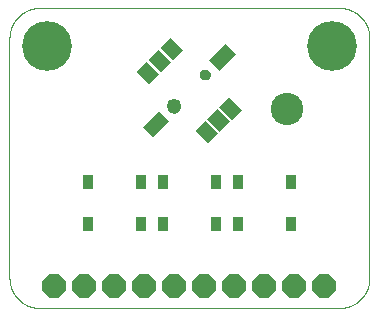
<source format=gts>
G04 EAGLE Gerber X2 export*
G75*
%MOMM*%
%FSLAX35Y35*%
%LPD*%
%AMOC8*
5,1,8,0,0,1.08239X$1,22.5*%
G01*
%ADD10C,0.076200*%
%ADD11R,1.203200X1.503200*%
%ADD12R,1.203200X2.003200*%
%ADD13C,0.000000*%
%ADD14C,0.953200*%
%ADD15C,1.253200*%
%ADD16R,0.903200X1.303200*%
%ADD17P,2.144431X8X112.500000*%
%ADD18C,2.743200*%
%ADD19C,4.219200*%


D10*
X254000Y2540000D02*
X2794000Y2540000D01*
X3048000Y2286000D02*
X3048000Y254000D01*
X2794000Y0D02*
X254000Y0D01*
X0Y254000D02*
X0Y2286000D01*
X0Y254000D02*
X74Y247862D01*
X297Y241728D01*
X667Y235602D01*
X1186Y229485D01*
X1852Y223384D01*
X2665Y217300D01*
X3626Y211237D01*
X4732Y205200D01*
X5984Y199191D01*
X7381Y193214D01*
X8922Y187272D01*
X10606Y181370D01*
X12432Y175510D01*
X14399Y169695D01*
X16506Y163930D01*
X18752Y158218D01*
X21135Y152561D01*
X23654Y146964D01*
X26308Y141429D01*
X29094Y135960D01*
X32012Y130560D01*
X35060Y125232D01*
X38235Y119979D01*
X41537Y114805D01*
X44962Y109712D01*
X48510Y104703D01*
X52177Y99781D01*
X55963Y94949D01*
X59864Y90210D01*
X63878Y85567D01*
X68004Y81022D01*
X72238Y76578D01*
X76578Y72238D01*
X81022Y68004D01*
X85567Y63878D01*
X90210Y59864D01*
X94949Y55963D01*
X99781Y52177D01*
X104703Y48510D01*
X109712Y44962D01*
X114805Y41537D01*
X119979Y38235D01*
X125232Y35060D01*
X130560Y32012D01*
X135960Y29094D01*
X141429Y26308D01*
X146964Y23654D01*
X152561Y21135D01*
X158218Y18752D01*
X163930Y16506D01*
X169695Y14399D01*
X175510Y12432D01*
X181370Y10606D01*
X187272Y8922D01*
X193214Y7381D01*
X199191Y5984D01*
X205200Y4732D01*
X211237Y3626D01*
X217300Y2665D01*
X223384Y1852D01*
X229485Y1186D01*
X235602Y667D01*
X241728Y297D01*
X247862Y74D01*
X254000Y0D01*
X2794000Y0D02*
X2800138Y74D01*
X2806272Y297D01*
X2812398Y667D01*
X2818515Y1186D01*
X2824616Y1852D01*
X2830700Y2665D01*
X2836763Y3626D01*
X2842800Y4732D01*
X2848809Y5984D01*
X2854786Y7381D01*
X2860728Y8922D01*
X2866630Y10606D01*
X2872490Y12432D01*
X2878305Y14399D01*
X2884070Y16506D01*
X2889782Y18752D01*
X2895439Y21135D01*
X2901036Y23654D01*
X2906571Y26308D01*
X2912040Y29094D01*
X2917440Y32012D01*
X2922768Y35060D01*
X2928021Y38235D01*
X2933195Y41537D01*
X2938288Y44962D01*
X2943297Y48510D01*
X2948219Y52177D01*
X2953051Y55963D01*
X2957790Y59864D01*
X2962433Y63878D01*
X2966978Y68004D01*
X2971422Y72238D01*
X2975762Y76578D01*
X2979996Y81022D01*
X2984122Y85567D01*
X2988136Y90210D01*
X2992037Y94949D01*
X2995823Y99781D01*
X2999490Y104703D01*
X3003038Y109712D01*
X3006463Y114805D01*
X3009765Y119979D01*
X3012940Y125232D01*
X3015988Y130560D01*
X3018906Y135960D01*
X3021692Y141429D01*
X3024346Y146964D01*
X3026865Y152561D01*
X3029248Y158218D01*
X3031494Y163930D01*
X3033601Y169695D01*
X3035568Y175510D01*
X3037394Y181370D01*
X3039078Y187272D01*
X3040619Y193214D01*
X3042016Y199191D01*
X3043268Y205200D01*
X3044374Y211237D01*
X3045335Y217300D01*
X3046148Y223384D01*
X3046814Y229485D01*
X3047333Y235602D01*
X3047703Y241728D01*
X3047926Y247862D01*
X3048000Y254000D01*
X3048000Y2286000D02*
X3047926Y2292138D01*
X3047703Y2298272D01*
X3047333Y2304398D01*
X3046814Y2310515D01*
X3046148Y2316616D01*
X3045335Y2322700D01*
X3044374Y2328763D01*
X3043268Y2334800D01*
X3042016Y2340809D01*
X3040619Y2346786D01*
X3039078Y2352728D01*
X3037394Y2358630D01*
X3035568Y2364490D01*
X3033601Y2370305D01*
X3031494Y2376070D01*
X3029248Y2381782D01*
X3026865Y2387439D01*
X3024346Y2393036D01*
X3021692Y2398571D01*
X3018906Y2404040D01*
X3015988Y2409440D01*
X3012940Y2414768D01*
X3009765Y2420021D01*
X3006463Y2425195D01*
X3003038Y2430288D01*
X2999490Y2435297D01*
X2995823Y2440219D01*
X2992037Y2445051D01*
X2988136Y2449790D01*
X2984122Y2454433D01*
X2979996Y2458978D01*
X2975762Y2463422D01*
X2971422Y2467762D01*
X2966978Y2471996D01*
X2962433Y2476122D01*
X2957790Y2480136D01*
X2953051Y2484037D01*
X2948219Y2487823D01*
X2943297Y2491490D01*
X2938288Y2495038D01*
X2933195Y2498463D01*
X2928021Y2501765D01*
X2922768Y2504940D01*
X2917440Y2507988D01*
X2912040Y2510906D01*
X2906571Y2513692D01*
X2901036Y2516346D01*
X2895439Y2518865D01*
X2889782Y2521248D01*
X2884070Y2523494D01*
X2878305Y2525601D01*
X2872490Y2527568D01*
X2866630Y2529394D01*
X2860728Y2531078D01*
X2854786Y2532619D01*
X2848809Y2534016D01*
X2842800Y2535268D01*
X2836763Y2536374D01*
X2830700Y2537335D01*
X2824616Y2538148D01*
X2818515Y2538814D01*
X2812398Y2539333D01*
X2806272Y2539703D01*
X2800138Y2539926D01*
X2794000Y2540000D01*
X254000Y2540000D02*
X247862Y2539926D01*
X241728Y2539703D01*
X235602Y2539333D01*
X229485Y2538814D01*
X223384Y2538148D01*
X217300Y2537335D01*
X211237Y2536374D01*
X205200Y2535268D01*
X199191Y2534016D01*
X193214Y2532619D01*
X187272Y2531078D01*
X181370Y2529394D01*
X175510Y2527568D01*
X169695Y2525601D01*
X163930Y2523494D01*
X158218Y2521248D01*
X152561Y2518865D01*
X146964Y2516346D01*
X141429Y2513692D01*
X135960Y2510906D01*
X130560Y2507988D01*
X125232Y2504940D01*
X119979Y2501765D01*
X114805Y2498463D01*
X109712Y2495038D01*
X104703Y2491490D01*
X99781Y2487823D01*
X94949Y2484037D01*
X90210Y2480136D01*
X85567Y2476122D01*
X81022Y2471996D01*
X76578Y2467762D01*
X72238Y2463422D01*
X68004Y2458978D01*
X63878Y2454433D01*
X59864Y2449790D01*
X55963Y2445051D01*
X52177Y2440219D01*
X48510Y2435297D01*
X44962Y2430288D01*
X41537Y2425195D01*
X38235Y2420021D01*
X35060Y2414768D01*
X32012Y2409440D01*
X29094Y2404040D01*
X26308Y2398571D01*
X23654Y2393036D01*
X21135Y2387439D01*
X18752Y2381782D01*
X16506Y2376070D01*
X14399Y2370305D01*
X12432Y2364490D01*
X10606Y2358630D01*
X8922Y2352728D01*
X7381Y2346786D01*
X5984Y2340809D01*
X4732Y2334800D01*
X3626Y2328763D01*
X2665Y2322700D01*
X1852Y2316616D01*
X1186Y2310515D01*
X667Y2304398D01*
X297Y2298272D01*
X74Y2292138D01*
X0Y2286000D01*
D11*
G36*
X1264010Y1980093D02*
X1178931Y1895014D01*
X1072640Y2001305D01*
X1157719Y2086384D01*
X1264010Y1980093D01*
G37*
G36*
X1765349Y1478755D02*
X1680270Y1393676D01*
X1573979Y1499967D01*
X1659058Y1585046D01*
X1765349Y1478755D01*
G37*
G36*
X1364419Y2081210D02*
X1279340Y1996131D01*
X1173049Y2102422D01*
X1258128Y2187501D01*
X1364419Y2081210D01*
G37*
G36*
X1866112Y1579517D02*
X1781033Y1494438D01*
X1674742Y1600729D01*
X1759821Y1685808D01*
X1866112Y1579517D01*
G37*
G36*
X1966874Y1680280D02*
X1881795Y1595201D01*
X1775504Y1701492D01*
X1860583Y1786571D01*
X1966874Y1680280D01*
G37*
G36*
X1467657Y2181619D02*
X1382578Y2096540D01*
X1276287Y2202831D01*
X1361366Y2287910D01*
X1467657Y2181619D01*
G37*
D12*
G36*
X1835127Y2237706D02*
X1920206Y2152627D01*
X1778559Y2010980D01*
X1693480Y2096059D01*
X1835127Y2237706D01*
G37*
G36*
X1212873Y1445294D02*
X1127794Y1530373D01*
X1269441Y1672020D01*
X1354520Y1586941D01*
X1212873Y1445294D01*
G37*
D13*
X1620850Y1975850D02*
X1620861Y1976770D01*
X1620895Y1977690D01*
X1620952Y1978609D01*
X1621031Y1979526D01*
X1621132Y1980440D01*
X1621256Y1981352D01*
X1621402Y1982261D01*
X1621571Y1983166D01*
X1621761Y1984066D01*
X1621974Y1984962D01*
X1622208Y1985852D01*
X1622465Y1986736D01*
X1622743Y1987613D01*
X1623042Y1988483D01*
X1623363Y1989346D01*
X1623705Y1990201D01*
X1624067Y1991047D01*
X1624450Y1991883D01*
X1624854Y1992710D01*
X1625278Y1993527D01*
X1625722Y1994334D01*
X1626185Y1995129D01*
X1626668Y1995912D01*
X1627170Y1996684D01*
X1627691Y1997443D01*
X1628230Y1998189D01*
X1628787Y1998921D01*
X1629362Y1999640D01*
X1629955Y2000344D01*
X1630564Y2001033D01*
X1631191Y2001708D01*
X1631833Y2002367D01*
X1632492Y2003009D01*
X1633167Y2003636D01*
X1633856Y2004245D01*
X1634560Y2004838D01*
X1635279Y2005413D01*
X1636011Y2005970D01*
X1636757Y2006509D01*
X1637516Y2007030D01*
X1638288Y2007532D01*
X1639071Y2008015D01*
X1639866Y2008478D01*
X1640673Y2008922D01*
X1641490Y2009346D01*
X1642317Y2009750D01*
X1643153Y2010133D01*
X1643999Y2010495D01*
X1644854Y2010837D01*
X1645717Y2011158D01*
X1646587Y2011457D01*
X1647464Y2011735D01*
X1648348Y2011992D01*
X1649238Y2012226D01*
X1650134Y2012439D01*
X1651034Y2012629D01*
X1651939Y2012798D01*
X1652848Y2012944D01*
X1653760Y2013068D01*
X1654674Y2013169D01*
X1655591Y2013248D01*
X1656510Y2013305D01*
X1657430Y2013339D01*
X1658350Y2013350D01*
X1659270Y2013339D01*
X1660190Y2013305D01*
X1661109Y2013248D01*
X1662026Y2013169D01*
X1662940Y2013068D01*
X1663852Y2012944D01*
X1664761Y2012798D01*
X1665666Y2012629D01*
X1666566Y2012439D01*
X1667462Y2012226D01*
X1668352Y2011992D01*
X1669236Y2011735D01*
X1670113Y2011457D01*
X1670983Y2011158D01*
X1671846Y2010837D01*
X1672701Y2010495D01*
X1673547Y2010133D01*
X1674383Y2009750D01*
X1675210Y2009346D01*
X1676027Y2008922D01*
X1676834Y2008478D01*
X1677629Y2008015D01*
X1678412Y2007532D01*
X1679184Y2007030D01*
X1679943Y2006509D01*
X1680689Y2005970D01*
X1681421Y2005413D01*
X1682140Y2004838D01*
X1682844Y2004245D01*
X1683533Y2003636D01*
X1684208Y2003009D01*
X1684867Y2002367D01*
X1685509Y2001708D01*
X1686136Y2001033D01*
X1686745Y2000344D01*
X1687338Y1999640D01*
X1687913Y1998921D01*
X1688470Y1998189D01*
X1689009Y1997443D01*
X1689530Y1996684D01*
X1690032Y1995912D01*
X1690515Y1995129D01*
X1690978Y1994334D01*
X1691422Y1993527D01*
X1691846Y1992710D01*
X1692250Y1991883D01*
X1692633Y1991047D01*
X1692995Y1990201D01*
X1693337Y1989346D01*
X1693658Y1988483D01*
X1693957Y1987613D01*
X1694235Y1986736D01*
X1694492Y1985852D01*
X1694726Y1984962D01*
X1694939Y1984066D01*
X1695129Y1983166D01*
X1695298Y1982261D01*
X1695444Y1981352D01*
X1695568Y1980440D01*
X1695669Y1979526D01*
X1695748Y1978609D01*
X1695805Y1977690D01*
X1695839Y1976770D01*
X1695850Y1975850D01*
X1695839Y1974930D01*
X1695805Y1974010D01*
X1695748Y1973091D01*
X1695669Y1972174D01*
X1695568Y1971260D01*
X1695444Y1970348D01*
X1695298Y1969439D01*
X1695129Y1968534D01*
X1694939Y1967634D01*
X1694726Y1966738D01*
X1694492Y1965848D01*
X1694235Y1964964D01*
X1693957Y1964087D01*
X1693658Y1963217D01*
X1693337Y1962354D01*
X1692995Y1961499D01*
X1692633Y1960653D01*
X1692250Y1959817D01*
X1691846Y1958990D01*
X1691422Y1958173D01*
X1690978Y1957366D01*
X1690515Y1956571D01*
X1690032Y1955788D01*
X1689530Y1955016D01*
X1689009Y1954257D01*
X1688470Y1953511D01*
X1687913Y1952779D01*
X1687338Y1952060D01*
X1686745Y1951356D01*
X1686136Y1950667D01*
X1685509Y1949992D01*
X1684867Y1949333D01*
X1684208Y1948691D01*
X1683533Y1948064D01*
X1682844Y1947455D01*
X1682140Y1946862D01*
X1681421Y1946287D01*
X1680689Y1945730D01*
X1679943Y1945191D01*
X1679184Y1944670D01*
X1678412Y1944168D01*
X1677629Y1943685D01*
X1676834Y1943222D01*
X1676027Y1942778D01*
X1675210Y1942354D01*
X1674383Y1941950D01*
X1673547Y1941567D01*
X1672701Y1941205D01*
X1671846Y1940863D01*
X1670983Y1940542D01*
X1670113Y1940243D01*
X1669236Y1939965D01*
X1668352Y1939708D01*
X1667462Y1939474D01*
X1666566Y1939261D01*
X1665666Y1939071D01*
X1664761Y1938902D01*
X1663852Y1938756D01*
X1662940Y1938632D01*
X1662026Y1938531D01*
X1661109Y1938452D01*
X1660190Y1938395D01*
X1659270Y1938361D01*
X1658350Y1938350D01*
X1657430Y1938361D01*
X1656510Y1938395D01*
X1655591Y1938452D01*
X1654674Y1938531D01*
X1653760Y1938632D01*
X1652848Y1938756D01*
X1651939Y1938902D01*
X1651034Y1939071D01*
X1650134Y1939261D01*
X1649238Y1939474D01*
X1648348Y1939708D01*
X1647464Y1939965D01*
X1646587Y1940243D01*
X1645717Y1940542D01*
X1644854Y1940863D01*
X1643999Y1941205D01*
X1643153Y1941567D01*
X1642317Y1941950D01*
X1641490Y1942354D01*
X1640673Y1942778D01*
X1639866Y1943222D01*
X1639071Y1943685D01*
X1638288Y1944168D01*
X1637516Y1944670D01*
X1636757Y1945191D01*
X1636011Y1945730D01*
X1635279Y1946287D01*
X1634560Y1946862D01*
X1633856Y1947455D01*
X1633167Y1948064D01*
X1632492Y1948691D01*
X1631833Y1949333D01*
X1631191Y1949992D01*
X1630564Y1950667D01*
X1629955Y1951356D01*
X1629362Y1952060D01*
X1628787Y1952779D01*
X1628230Y1953511D01*
X1627691Y1954257D01*
X1627170Y1955016D01*
X1626668Y1955788D01*
X1626185Y1956571D01*
X1625722Y1957366D01*
X1625278Y1958173D01*
X1624854Y1958990D01*
X1624450Y1959817D01*
X1624067Y1960653D01*
X1623705Y1961499D01*
X1623363Y1962354D01*
X1623042Y1963217D01*
X1622743Y1964087D01*
X1622465Y1964964D01*
X1622208Y1965848D01*
X1621974Y1966738D01*
X1621761Y1967634D01*
X1621571Y1968534D01*
X1621402Y1969439D01*
X1621256Y1970348D01*
X1621132Y1971260D01*
X1621031Y1972174D01*
X1620952Y1973091D01*
X1620895Y1974010D01*
X1620861Y1974930D01*
X1620850Y1975850D01*
D14*
X1658350Y1975850D03*
D13*
X1337150Y1707150D02*
X1337166Y1708438D01*
X1337213Y1709726D01*
X1337292Y1711012D01*
X1337403Y1712296D01*
X1337545Y1713577D01*
X1337718Y1714853D01*
X1337923Y1716125D01*
X1338159Y1717392D01*
X1338426Y1718653D01*
X1338723Y1719906D01*
X1339052Y1721152D01*
X1339411Y1722390D01*
X1339800Y1723618D01*
X1340219Y1724837D01*
X1340668Y1726044D01*
X1341146Y1727241D01*
X1341654Y1728425D01*
X1342191Y1729597D01*
X1342756Y1730755D01*
X1343349Y1731898D01*
X1343970Y1733027D01*
X1344619Y1734140D01*
X1345295Y1735237D01*
X1345998Y1736317D01*
X1346727Y1737380D01*
X1347482Y1738424D01*
X1348262Y1739450D01*
X1349067Y1740456D01*
X1349897Y1741442D01*
X1350750Y1742407D01*
X1351627Y1743351D01*
X1352527Y1744273D01*
X1353449Y1745173D01*
X1354393Y1746050D01*
X1355358Y1746903D01*
X1356344Y1747733D01*
X1357350Y1748538D01*
X1358376Y1749318D01*
X1359420Y1750073D01*
X1360483Y1750802D01*
X1361563Y1751505D01*
X1362660Y1752181D01*
X1363773Y1752830D01*
X1364902Y1753451D01*
X1366045Y1754044D01*
X1367203Y1754609D01*
X1368375Y1755146D01*
X1369559Y1755654D01*
X1370756Y1756132D01*
X1371963Y1756581D01*
X1373182Y1757000D01*
X1374410Y1757389D01*
X1375648Y1757748D01*
X1376894Y1758077D01*
X1378147Y1758374D01*
X1379408Y1758641D01*
X1380675Y1758877D01*
X1381947Y1759082D01*
X1383223Y1759255D01*
X1384504Y1759397D01*
X1385788Y1759508D01*
X1387074Y1759587D01*
X1388362Y1759634D01*
X1389650Y1759650D01*
X1390938Y1759634D01*
X1392226Y1759587D01*
X1393512Y1759508D01*
X1394796Y1759397D01*
X1396077Y1759255D01*
X1397353Y1759082D01*
X1398625Y1758877D01*
X1399892Y1758641D01*
X1401153Y1758374D01*
X1402406Y1758077D01*
X1403652Y1757748D01*
X1404890Y1757389D01*
X1406118Y1757000D01*
X1407337Y1756581D01*
X1408544Y1756132D01*
X1409741Y1755654D01*
X1410925Y1755146D01*
X1412097Y1754609D01*
X1413255Y1754044D01*
X1414398Y1753451D01*
X1415527Y1752830D01*
X1416640Y1752181D01*
X1417737Y1751505D01*
X1418817Y1750802D01*
X1419880Y1750073D01*
X1420924Y1749318D01*
X1421950Y1748538D01*
X1422956Y1747733D01*
X1423942Y1746903D01*
X1424907Y1746050D01*
X1425851Y1745173D01*
X1426773Y1744273D01*
X1427673Y1743351D01*
X1428550Y1742407D01*
X1429403Y1741442D01*
X1430233Y1740456D01*
X1431038Y1739450D01*
X1431818Y1738424D01*
X1432573Y1737380D01*
X1433302Y1736317D01*
X1434005Y1735237D01*
X1434681Y1734140D01*
X1435330Y1733027D01*
X1435951Y1731898D01*
X1436544Y1730755D01*
X1437109Y1729597D01*
X1437646Y1728425D01*
X1438154Y1727241D01*
X1438632Y1726044D01*
X1439081Y1724837D01*
X1439500Y1723618D01*
X1439889Y1722390D01*
X1440248Y1721152D01*
X1440577Y1719906D01*
X1440874Y1718653D01*
X1441141Y1717392D01*
X1441377Y1716125D01*
X1441582Y1714853D01*
X1441755Y1713577D01*
X1441897Y1712296D01*
X1442008Y1711012D01*
X1442087Y1709726D01*
X1442134Y1708438D01*
X1442150Y1707150D01*
X1442134Y1705862D01*
X1442087Y1704574D01*
X1442008Y1703288D01*
X1441897Y1702004D01*
X1441755Y1700723D01*
X1441582Y1699447D01*
X1441377Y1698175D01*
X1441141Y1696908D01*
X1440874Y1695647D01*
X1440577Y1694394D01*
X1440248Y1693148D01*
X1439889Y1691910D01*
X1439500Y1690682D01*
X1439081Y1689463D01*
X1438632Y1688256D01*
X1438154Y1687059D01*
X1437646Y1685875D01*
X1437109Y1684703D01*
X1436544Y1683545D01*
X1435951Y1682402D01*
X1435330Y1681273D01*
X1434681Y1680160D01*
X1434005Y1679063D01*
X1433302Y1677983D01*
X1432573Y1676920D01*
X1431818Y1675876D01*
X1431038Y1674850D01*
X1430233Y1673844D01*
X1429403Y1672858D01*
X1428550Y1671893D01*
X1427673Y1670949D01*
X1426773Y1670027D01*
X1425851Y1669127D01*
X1424907Y1668250D01*
X1423942Y1667397D01*
X1422956Y1666567D01*
X1421950Y1665762D01*
X1420924Y1664982D01*
X1419880Y1664227D01*
X1418817Y1663498D01*
X1417737Y1662795D01*
X1416640Y1662119D01*
X1415527Y1661470D01*
X1414398Y1660849D01*
X1413255Y1660256D01*
X1412097Y1659691D01*
X1410925Y1659154D01*
X1409741Y1658646D01*
X1408544Y1658168D01*
X1407337Y1657719D01*
X1406118Y1657300D01*
X1404890Y1656911D01*
X1403652Y1656552D01*
X1402406Y1656223D01*
X1401153Y1655926D01*
X1399892Y1655659D01*
X1398625Y1655423D01*
X1397353Y1655218D01*
X1396077Y1655045D01*
X1394796Y1654903D01*
X1393512Y1654792D01*
X1392226Y1654713D01*
X1390938Y1654666D01*
X1389650Y1654650D01*
X1388362Y1654666D01*
X1387074Y1654713D01*
X1385788Y1654792D01*
X1384504Y1654903D01*
X1383223Y1655045D01*
X1381947Y1655218D01*
X1380675Y1655423D01*
X1379408Y1655659D01*
X1378147Y1655926D01*
X1376894Y1656223D01*
X1375648Y1656552D01*
X1374410Y1656911D01*
X1373182Y1657300D01*
X1371963Y1657719D01*
X1370756Y1658168D01*
X1369559Y1658646D01*
X1368375Y1659154D01*
X1367203Y1659691D01*
X1366045Y1660256D01*
X1364902Y1660849D01*
X1363773Y1661470D01*
X1362660Y1662119D01*
X1361563Y1662795D01*
X1360483Y1663498D01*
X1359420Y1664227D01*
X1358376Y1664982D01*
X1357350Y1665762D01*
X1356344Y1666567D01*
X1355358Y1667397D01*
X1354393Y1668250D01*
X1353449Y1669127D01*
X1352527Y1670027D01*
X1351627Y1670949D01*
X1350750Y1671893D01*
X1349897Y1672858D01*
X1349067Y1673844D01*
X1348262Y1674850D01*
X1347482Y1675876D01*
X1346727Y1676920D01*
X1345998Y1677983D01*
X1345295Y1679063D01*
X1344619Y1680160D01*
X1343970Y1681273D01*
X1343349Y1682402D01*
X1342756Y1683545D01*
X1342191Y1684703D01*
X1341654Y1685875D01*
X1341146Y1687059D01*
X1340668Y1688256D01*
X1340219Y1689463D01*
X1339800Y1690682D01*
X1339411Y1691910D01*
X1339052Y1693148D01*
X1338723Y1694394D01*
X1338426Y1695647D01*
X1338159Y1696908D01*
X1337923Y1698175D01*
X1337718Y1699447D01*
X1337545Y1700723D01*
X1337403Y1702004D01*
X1337292Y1703288D01*
X1337213Y1704574D01*
X1337166Y1705862D01*
X1337150Y1707150D01*
D15*
X1389650Y1707150D03*
D16*
X1111500Y1064000D03*
X1111500Y714000D03*
X666500Y714000D03*
X666500Y1064000D03*
X1746500Y1064000D03*
X1746500Y714000D03*
X1301500Y714000D03*
X1301500Y1064000D03*
X2381500Y1064000D03*
X2381500Y714000D03*
X1936500Y714000D03*
X1936500Y1064000D03*
D17*
X381000Y190500D03*
X635000Y190500D03*
X889000Y190500D03*
X1143000Y190500D03*
X1397000Y190500D03*
X1651000Y190500D03*
X1905000Y190500D03*
X2159000Y190500D03*
X2413000Y190500D03*
X2667000Y190500D03*
D18*
X2349500Y1682750D03*
D19*
X317500Y2222500D03*
X2730500Y2222500D03*
M02*

</source>
